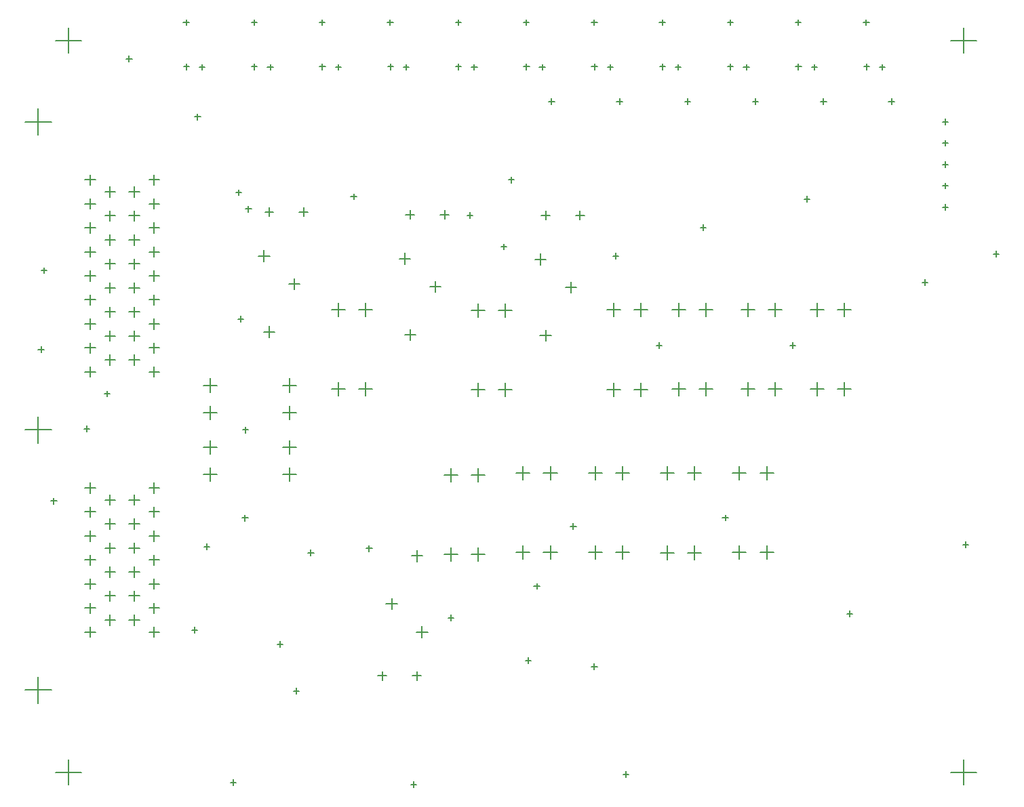
<source format=gbr>
%TF.GenerationSoftware,Altium Limited,Altium Designer,19.0.10 (269)*%
G04 Layer_Color=128*
%FSLAX26Y26*%
%MOIN*%
%TF.FileFunction,Drillmap*%
%TF.Part,Single*%
G01*
G75*
%TA.AperFunction,NonConductor*%
%ADD77C,0.005000*%
D77*
X1352087Y1765000D02*
X1419016D01*
X1385551Y1731535D02*
Y1798465D01*
X961535Y1765000D02*
X1028465D01*
X995000Y1731535D02*
Y1798465D01*
X1352087Y1898858D02*
X1419016D01*
X1385551Y1865394D02*
Y1932323D01*
X961535Y1898858D02*
X1028465D01*
X995000Y1865394D02*
Y1932323D01*
X961535Y2203780D02*
X1028465D01*
X995000Y2170315D02*
Y2237244D01*
X1352087Y2203780D02*
X1419016D01*
X1385551Y2170315D02*
Y2237244D01*
X961535Y2069921D02*
X1028465D01*
X995000Y2036457D02*
Y2103386D01*
X1352087Y2069921D02*
X1419016D01*
X1385551Y2036457D02*
Y2103386D01*
X1591379Y2186206D02*
X1658308D01*
X1624843Y2152742D02*
Y2219671D01*
X1591379Y2576757D02*
X1658308D01*
X1624843Y2543293D02*
Y2610222D01*
X1725237Y2186206D02*
X1792166D01*
X1758701Y2152742D02*
Y2219671D01*
X1725237Y2576757D02*
X1792166D01*
X1758701Y2543293D02*
Y2610222D01*
X2280025Y2181724D02*
X2346954D01*
X2313490Y2148260D02*
Y2215189D01*
X2280025Y2572276D02*
X2346954D01*
X2313490Y2538811D02*
Y2605740D01*
X2413883Y2181724D02*
X2480812D01*
X2447348Y2148260D02*
Y2215189D01*
X2413883Y2572276D02*
X2480812D01*
X2447348Y2538811D02*
Y2605740D01*
X2945700Y2183724D02*
X3012629D01*
X2979165Y2150260D02*
Y2217189D01*
X2945700Y2574276D02*
X3012629D01*
X2979165Y2540811D02*
Y2607740D01*
X3079559Y2183724D02*
X3146488D01*
X3113023Y2150260D02*
Y2217189D01*
X3079559Y2574276D02*
X3146488D01*
X3113023Y2540811D02*
Y2607740D01*
X3265897Y2184449D02*
X3332826D01*
X3299361Y2150984D02*
Y2217913D01*
X3265897Y2575000D02*
X3332826D01*
X3299361Y2541535D02*
Y2608465D01*
X3399755Y2184449D02*
X3466684D01*
X3433220Y2150984D02*
Y2217913D01*
X3399755Y2575000D02*
X3466684D01*
X3433220Y2541535D02*
Y2608465D01*
X3604782Y2184724D02*
X3671711D01*
X3638246Y2151260D02*
Y2218189D01*
X3604782Y2575276D02*
X3671711D01*
X3638246Y2541811D02*
Y2608740D01*
X3738640Y2184724D02*
X3805569D01*
X3772104Y2151260D02*
Y2218189D01*
X3738640Y2575276D02*
X3805569D01*
X3772104Y2541811D02*
Y2608740D01*
X3944914Y2184898D02*
X4011843D01*
X3978379Y2151434D02*
Y2218363D01*
X3944914Y2575450D02*
X4011843D01*
X3978379Y2541985D02*
Y2608914D01*
X4078772Y2184898D02*
X4145701D01*
X4112237Y2151434D02*
Y2218363D01*
X4078772Y2575450D02*
X4145701D01*
X4112237Y2541985D02*
Y2608914D01*
X3697772Y1771450D02*
X3764701D01*
X3731237Y1737985D02*
Y1804914D01*
X3697772Y1380898D02*
X3764701D01*
X3731237Y1347434D02*
Y1414363D01*
X3563914Y1771450D02*
X3630843D01*
X3597378Y1737985D02*
Y1804914D01*
X3563914Y1380898D02*
X3630843D01*
X3597378Y1347434D02*
Y1414363D01*
X3343422Y1771000D02*
X3410351D01*
X3376886Y1737535D02*
Y1804465D01*
X3343422Y1380449D02*
X3410351D01*
X3376886Y1346984D02*
Y1413913D01*
X3209564Y1771000D02*
X3276492D01*
X3243028Y1737535D02*
Y1804465D01*
X3209564Y1380449D02*
X3276492D01*
X3243028Y1346984D02*
Y1413913D01*
X2989106Y1771450D02*
X3056035D01*
X3022570Y1737985D02*
Y1804914D01*
X2989106Y1380898D02*
X3056035D01*
X3022570Y1347434D02*
Y1414363D01*
X2855247Y1771450D02*
X2922176D01*
X2888712Y1737985D02*
Y1804914D01*
X2855247Y1380898D02*
X2922176D01*
X2888712Y1347434D02*
Y1414363D01*
X2634237Y1771757D02*
X2701166D01*
X2667701Y1738293D02*
Y1805222D01*
X2634237Y1381206D02*
X2701166D01*
X2667701Y1347742D02*
Y1414670D01*
X2500378Y1771757D02*
X2567307D01*
X2533843Y1738293D02*
Y1805222D01*
X2500378Y1381206D02*
X2567307D01*
X2533843Y1347742D02*
Y1414670D01*
X2279850Y1763253D02*
X2346779D01*
X2313314Y1729789D02*
Y1796718D01*
X2279850Y1372702D02*
X2346779D01*
X2313314Y1339238D02*
Y1406167D01*
X2145992Y1763253D02*
X2212921D01*
X2179456Y1729789D02*
Y1796718D01*
X2145992Y1372702D02*
X2212921D01*
X2179456Y1339238D02*
Y1406167D01*
X695276Y2269685D02*
X746457D01*
X720866Y2244095D02*
Y2295276D01*
X695276Y2387795D02*
X746457D01*
X720866Y2362205D02*
Y2413386D01*
X695276Y2505905D02*
X746457D01*
X720866Y2480315D02*
Y2531496D01*
X695276Y2624016D02*
X746457D01*
X720866Y2598425D02*
Y2649606D01*
X695276Y2742126D02*
X746457D01*
X720866Y2716535D02*
Y2767716D01*
X695276Y2860236D02*
X746457D01*
X720866Y2834646D02*
Y2885827D01*
X695276Y2978347D02*
X746457D01*
X720866Y2952756D02*
Y3003937D01*
X695276Y3096457D02*
X746457D01*
X720866Y3070866D02*
Y3122047D01*
X695276Y3214567D02*
X746457D01*
X720866Y3188976D02*
Y3240157D01*
X596850Y2328740D02*
X648031D01*
X622441Y2303150D02*
Y2354331D01*
X596850Y2446850D02*
X648031D01*
X622441Y2421260D02*
Y2472441D01*
X596850Y2564961D02*
X648031D01*
X622441Y2539370D02*
Y2590551D01*
X596850Y2683071D02*
X648031D01*
X622441Y2657480D02*
Y2708661D01*
X596850Y2801181D02*
X648031D01*
X622441Y2775591D02*
Y2826772D01*
X596850Y2919291D02*
X648031D01*
X622441Y2893701D02*
Y2944882D01*
X596850Y3037402D02*
X648031D01*
X622441Y3011811D02*
Y3062992D01*
X596850Y3155512D02*
X648031D01*
X622441Y3129921D02*
Y3181102D01*
X478740Y2328740D02*
X529921D01*
X504331Y2303150D02*
Y2354331D01*
X478740Y2446850D02*
X529921D01*
X504331Y2421260D02*
Y2472441D01*
X478740Y2564961D02*
X529921D01*
X504331Y2539370D02*
Y2590551D01*
X478740Y2683071D02*
X529921D01*
X504331Y2657480D02*
Y2708661D01*
X478740Y2801181D02*
X529921D01*
X504331Y2775591D02*
Y2826772D01*
X478740Y2919291D02*
X529921D01*
X504331Y2893701D02*
Y2944882D01*
X478740Y3037402D02*
X529921D01*
X504331Y3011811D02*
Y3062992D01*
X478740Y3155512D02*
X529921D01*
X504331Y3129921D02*
Y3181102D01*
X380315Y2269685D02*
X431496D01*
X405906Y2244095D02*
Y2295276D01*
X380315Y2387795D02*
X431496D01*
X405906Y2362205D02*
Y2413386D01*
X380315Y2505905D02*
X431496D01*
X405906Y2480315D02*
Y2531496D01*
X380315Y2624016D02*
X431496D01*
X405906Y2598425D02*
Y2649606D01*
X380315Y2742126D02*
X431496D01*
X405906Y2716535D02*
Y2767716D01*
X380315Y2860236D02*
X431496D01*
X405906Y2834646D02*
Y2885827D01*
X380315Y2978347D02*
X431496D01*
X405906Y2952756D02*
Y3003937D01*
X380315Y3096457D02*
X431496D01*
X405906Y3070866D02*
Y3122047D01*
X380315Y3214567D02*
X431496D01*
X405906Y3188976D02*
Y3240157D01*
X85039Y704724D02*
X214961D01*
X150000Y639764D02*
Y769685D01*
X380315Y1698819D02*
X431496D01*
X405906Y1673228D02*
Y1724409D01*
X380315Y1580709D02*
X431496D01*
X405906Y1555118D02*
Y1606299D01*
X380315Y1462599D02*
X431496D01*
X405906Y1437008D02*
Y1488189D01*
X380315Y1344488D02*
X431496D01*
X405906Y1318898D02*
Y1370079D01*
X380315Y1226378D02*
X431496D01*
X405906Y1200787D02*
Y1251968D01*
X380315Y1108268D02*
X431496D01*
X405906Y1082677D02*
Y1133858D01*
X380315Y990158D02*
X431496D01*
X405906Y964567D02*
Y1015748D01*
X478740Y1639764D02*
X529921D01*
X504331Y1614173D02*
Y1665354D01*
X478740Y1521654D02*
X529921D01*
X504331Y1496063D02*
Y1547244D01*
X478740Y1403543D02*
X529921D01*
X504331Y1377953D02*
Y1429134D01*
X478740Y1285433D02*
X529921D01*
X504331Y1259843D02*
Y1311024D01*
X478740Y1167323D02*
X529921D01*
X504331Y1141732D02*
Y1192913D01*
X478740Y1049213D02*
X529921D01*
X504331Y1023622D02*
Y1074803D01*
X596850Y1639764D02*
X648031D01*
X622441Y1614173D02*
Y1665354D01*
X596850Y1521654D02*
X648031D01*
X622441Y1496063D02*
Y1547244D01*
X596850Y1403543D02*
X648031D01*
X622441Y1377953D02*
Y1429134D01*
X596850Y1285433D02*
X648031D01*
X622441Y1259843D02*
Y1311024D01*
X596850Y1167323D02*
X648031D01*
X622441Y1141732D02*
Y1192913D01*
X596850Y1049213D02*
X648031D01*
X622441Y1023622D02*
Y1074803D01*
X695276Y1698819D02*
X746457D01*
X720866Y1673228D02*
Y1724409D01*
X695276Y1580709D02*
X746457D01*
X720866Y1555118D02*
Y1606299D01*
X695276Y1462599D02*
X746457D01*
X720866Y1437008D02*
Y1488189D01*
X695276Y1344488D02*
X746457D01*
X720866Y1318898D02*
Y1370079D01*
X695276Y1226378D02*
X746457D01*
X720866Y1200787D02*
Y1251968D01*
X695276Y1108268D02*
X746457D01*
X720866Y1082677D02*
Y1133858D01*
X695276Y990158D02*
X746457D01*
X720866Y964567D02*
Y1015748D01*
X85039Y1984252D02*
X214961D01*
X150000Y1919291D02*
Y2049213D01*
X85039Y3500000D02*
X214961D01*
X150000Y3435039D02*
Y3564961D01*
X1151000Y1552000D02*
X1181000D01*
X1166000Y1537000D02*
Y1567000D01*
X1762000Y1401000D02*
X1792000D01*
X1777000Y1386000D02*
Y1416000D01*
X1475000Y1380000D02*
X1505000D01*
X1490000Y1365000D02*
Y1395000D01*
X4637500Y300000D02*
X4762500D01*
X4700000Y237500D02*
Y362500D01*
X4637500Y3900000D02*
X4762500D01*
X4700000Y3837500D02*
Y3962500D01*
X237500Y3900000D02*
X362500D01*
X300000Y3837500D02*
Y3962500D01*
X237500Y300000D02*
X362500D01*
X300000Y237500D02*
Y362500D01*
X2617097Y2449512D02*
X2672215D01*
X2644656Y2421953D02*
Y2477071D01*
X2591506Y2823528D02*
X2646624D01*
X2619065Y2795968D02*
Y2851086D01*
X2741112Y2685732D02*
X2796230D01*
X2768671Y2658173D02*
Y2713291D01*
X2792293Y3040063D02*
X2835600D01*
X2813947Y3018410D02*
Y3061716D01*
X2623002Y3040063D02*
X2666309D01*
X2644656Y3018410D02*
Y3061716D01*
X1951441Y2452449D02*
X2006560D01*
X1979001Y2424890D02*
Y2480008D01*
X1925851Y2826465D02*
X1980969D01*
X1953410Y2798906D02*
Y2854024D01*
X2075457Y2688670D02*
X2130575D01*
X2103016Y2661111D02*
Y2716229D01*
X2126638Y3043001D02*
X2169945D01*
X2148292Y3021347D02*
Y3064654D01*
X1957347Y3043001D02*
X2000654D01*
X1979001Y3021347D02*
Y3064654D01*
X1258441Y2466449D02*
X1313559D01*
X1286000Y2438890D02*
Y2494008D01*
X1232851Y2840465D02*
X1287969D01*
X1260410Y2812905D02*
Y2868023D01*
X1382457Y2702669D02*
X1437575D01*
X1410016Y2675110D02*
Y2730228D01*
X1433638Y3057000D02*
X1476945D01*
X1455292Y3035347D02*
Y3078653D01*
X1264347Y3057000D02*
X1307654D01*
X1286000Y3035347D02*
Y3078653D01*
X1984370Y1364551D02*
X2039488D01*
X2011929Y1336992D02*
Y1392110D01*
X2009961Y990535D02*
X2065079D01*
X2037520Y962976D02*
Y1018095D01*
X1860354Y1128331D02*
X1915472D01*
X1887913Y1100772D02*
Y1155890D01*
X1820984Y774000D02*
X1864291D01*
X1842638Y752346D02*
Y795654D01*
X1990275Y774000D02*
X2033582D01*
X2011929Y752346D02*
Y795654D01*
X1121236Y3151764D02*
X1149236D01*
X1135236Y3137764D02*
Y3165764D01*
X1170000Y3071000D02*
X1198000D01*
X1184000Y3057000D02*
Y3085000D01*
X1687000Y3133000D02*
X1715000D01*
X1701000Y3119000D02*
Y3147000D01*
X920000Y3524000D02*
X948000D01*
X934000Y3510000D02*
Y3538000D01*
X3514000Y1553000D02*
X3542000D01*
X3528000Y1539000D02*
Y1567000D01*
X2258663Y3040000D02*
X2286663D01*
X2272663Y3026000D02*
Y3054000D01*
X2462217Y3214567D02*
X2490217D01*
X2476217Y3200567D02*
Y3228567D01*
X150695Y2380000D02*
X178695D01*
X164695Y2366000D02*
Y2394000D01*
X166000Y2769010D02*
X194000D01*
X180000Y2755010D02*
Y2783010D01*
X4330456Y3600000D02*
X4358456D01*
X4344456Y3586000D02*
Y3614000D01*
X3328396Y3600000D02*
X3356396D01*
X3342396Y3586000D02*
Y3614000D01*
X583000Y3810000D02*
X611000D01*
X597000Y3796000D02*
Y3824000D01*
X4846000Y2850000D02*
X4874000D01*
X4860000Y2836000D02*
Y2864000D01*
X213000Y1634278D02*
X241000D01*
X227000Y1620278D02*
Y1648278D01*
X476000Y2162952D02*
X504000D01*
X490000Y2148952D02*
Y2176952D01*
X376000Y1990000D02*
X404000D01*
X390000Y1976000D02*
Y2004000D01*
X3846000Y2400000D02*
X3874000D01*
X3860000Y2386000D02*
Y2414000D01*
X3188201Y2400000D02*
X3216201D01*
X3202201Y2386000D02*
Y2414000D01*
X2766726Y1510000D02*
X2794726D01*
X2780726Y1496000D02*
Y1524000D01*
X4696000Y1420000D02*
X4724000D01*
X4710000Y1406000D02*
Y1434000D01*
X4496000Y2710000D02*
X4524000D01*
X4510000Y2696000D02*
Y2724000D01*
X3916000Y3120000D02*
X3944000D01*
X3930000Y3106000D02*
Y3134000D01*
X3406000Y2980000D02*
X3434000D01*
X3420000Y2966000D02*
Y2994000D01*
X2976000Y2840465D02*
X3004000D01*
X2990000Y2826465D02*
Y2854465D01*
X2426000Y2884821D02*
X2454000D01*
X2440000Y2870821D02*
Y2898821D01*
X1156000Y1984252D02*
X1184000D01*
X1170000Y1970252D02*
Y1998252D01*
X1132000Y2530000D02*
X1160000D01*
X1146000Y2516000D02*
Y2544000D01*
X966000Y1410000D02*
X994000D01*
X980000Y1396000D02*
Y1424000D01*
X906000Y1000000D02*
X934000D01*
X920000Y986000D02*
Y1014000D01*
X1326000Y930000D02*
X1354000D01*
X1340000Y916000D02*
Y944000D01*
X2166000Y1060000D02*
X2194000D01*
X2180000Y1046000D02*
Y1074000D01*
X1406000Y700000D02*
X1434000D01*
X1420000Y686000D02*
Y714000D01*
X2587000Y1215000D02*
X2615000D01*
X2601000Y1201000D02*
Y1229000D01*
X2546000Y850000D02*
X2574000D01*
X2560000Y836000D02*
Y864000D01*
X2869776Y820000D02*
X2897776D01*
X2883776Y806000D02*
Y834000D01*
X4126000Y1080000D02*
X4154000D01*
X4140000Y1066000D02*
Y1094000D01*
X3026000Y290000D02*
X3054000D01*
X3040000Y276000D02*
Y304000D01*
X1981969Y240000D02*
X2009969D01*
X1995969Y226000D02*
Y254000D01*
X1096000Y250000D02*
X1124000D01*
X1110000Y236000D02*
Y264000D01*
X3951388Y3768482D02*
X3979388D01*
X3965388Y3754482D02*
Y3782482D01*
X1945644Y3768482D02*
X1973644D01*
X1959644Y3754482D02*
Y3782482D01*
X1611353Y3768482D02*
X1639353D01*
X1625353Y3754482D02*
Y3782482D01*
X1867888Y3770726D02*
X1895888D01*
X1881888Y3756726D02*
Y3784726D01*
X4596000Y3080000D02*
X4624000D01*
X4610000Y3066000D02*
Y3094000D01*
X4596000Y3185000D02*
X4624000D01*
X4610000Y3171000D02*
Y3199000D01*
X4596000Y3290000D02*
X4624000D01*
X4610000Y3276000D02*
Y3304000D01*
X4596000Y3395000D02*
X4624000D01*
X4610000Y3381000D02*
Y3409000D01*
X4596000Y3500000D02*
X4624000D01*
X4610000Y3486000D02*
Y3514000D01*
X3996977Y3600000D02*
X4024977D01*
X4010977Y3586000D02*
Y3614000D01*
X3662686Y3600000D02*
X3690686D01*
X3676686Y3586000D02*
Y3614000D01*
X3282806Y3768482D02*
X3310806D01*
X3296806Y3754482D02*
Y3782482D01*
X2994105Y3600000D02*
X3022105D01*
X3008105Y3586000D02*
Y3614000D01*
X2659814Y3600000D02*
X2687814D01*
X2673814Y3586000D02*
Y3614000D01*
X1277063Y3768482D02*
X1305063D01*
X1291063Y3754482D02*
Y3782482D01*
X1198323Y3989740D02*
X1226323D01*
X1212323Y3975740D02*
Y4003740D01*
X1199307Y3770726D02*
X1227307D01*
X1213307Y3756726D02*
Y3784726D01*
X1532613Y3989740D02*
X1560613D01*
X1546613Y3975740D02*
Y4003740D01*
X1533597Y3770726D02*
X1561597D01*
X1547597Y3756726D02*
Y3784726D01*
X3617097Y3768482D02*
X3645097D01*
X3631097Y3754482D02*
Y3782482D01*
X3538357Y3989740D02*
X3566357D01*
X3552357Y3975740D02*
Y4003740D01*
X3539341Y3770726D02*
X3567341D01*
X3553341Y3756726D02*
Y3784726D01*
X3872647Y3989740D02*
X3900647D01*
X3886647Y3975740D02*
Y4003740D01*
X3873632Y3770726D02*
X3901632D01*
X3887632Y3756726D02*
Y3784726D01*
X4285678Y3768482D02*
X4313678D01*
X4299678Y3754482D02*
Y3782482D01*
X4206938Y3989740D02*
X4234938D01*
X4220938Y3975740D02*
Y4003740D01*
X4207922Y3770726D02*
X4235922D01*
X4221922Y3756726D02*
Y3784726D01*
X1866904Y3989740D02*
X1894904D01*
X1880904Y3975740D02*
Y4003740D01*
X2279935Y3768482D02*
X2307935D01*
X2293935Y3754482D02*
Y3782482D01*
X2201194Y3989740D02*
X2229194D01*
X2215194Y3975740D02*
Y4003740D01*
X2202179Y3770726D02*
X2230179D01*
X2216179Y3756726D02*
Y3784726D01*
X2614225Y3768482D02*
X2642225D01*
X2628225Y3754482D02*
Y3782482D01*
X2535485Y3989740D02*
X2563485D01*
X2549485Y3975740D02*
Y4003740D01*
X2536469Y3770726D02*
X2564469D01*
X2550469Y3756726D02*
Y3784726D01*
X2948516Y3768482D02*
X2976516D01*
X2962516Y3754482D02*
Y3782482D01*
X2869776Y3989740D02*
X2897776D01*
X2883776Y3975740D02*
Y4003740D01*
X2870760Y3770726D02*
X2898760D01*
X2884760Y3756726D02*
Y3784726D01*
X3204066Y3989740D02*
X3232066D01*
X3218066Y3975740D02*
Y4003740D01*
X3205050Y3770726D02*
X3233050D01*
X3219050Y3756726D02*
Y3784726D01*
X942772Y3768482D02*
X970772D01*
X956772Y3754482D02*
Y3782482D01*
X864032Y3989740D02*
X892032D01*
X878032Y3975740D02*
Y4003740D01*
X865016Y3770726D02*
X893016D01*
X879016Y3756726D02*
Y3784726D01*
%TF.MD5,87a879ccbd6c233c4546dd34c49040e9*%
M02*

</source>
